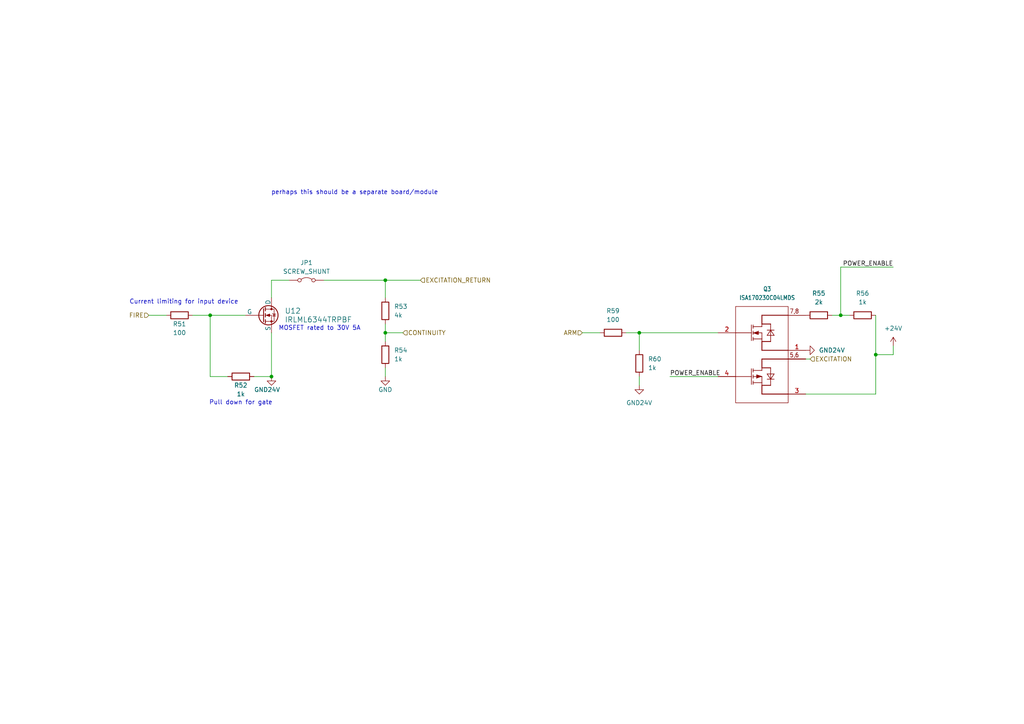
<source format=kicad_sch>
(kicad_sch (version 20250114) (generator "eeschema") (generator_version "9.0")
  (paper "A4")
  (lib_symbols
    (symbol "Device:R" (pin_numbers (hide yes)) (pin_names (offset 0))
      (property "Reference" "R" (at 2.032 0 90))
      (property "Value" "R" (at 0 0 90))
      (symbol "R_0_1"
        (rectangle (start -1.016 -2.54) (end 1.016 2.54) (stroke (width 0.254)))
      )
      (symbol "R_1_1"
        (pin passive line (at 0 3.81 270) (length 1.27) (name "~") (number "1"))
        (pin passive line (at 0 -3.81 90) (length 1.27) (name "~") (number "2"))
      )
    )
    (symbol "Jumper:Jumper_2_Bridged" (pin_numbers (hide yes)) (pin_names (offset 0) (hide yes))
      (property "Reference" "JP" (at 0 1.905 0))
      (property "Value" "Jumper_2_Bridged" (at 0 -2.54 0))
      (symbol "Jumper_2_Bridged_0_0"
        (circle (center -2.032 0) (radius 0.508))
        (circle (center 2.032 0) (radius 0.508))
      )
      (symbol "Jumper_2_Bridged_0_1"
        (arc (start -1.524 0.254) (mid 0 0.762) (end 1.524 0.254))
      )
      (symbol "Jumper_2_Bridged_1_1"
        (pin passive line (at -5.08 0 0) (length 2.54) (name "A") (number "1"))
        (pin passive line (at 5.08 0 180) (length 2.54) (name "B") (number "2"))
      )
    )
    (symbol "Simulation_SPICE:NMOS" (pin_numbers (hide yes)) (pin_names (offset 0))
      (property "Reference" "Q" (at 5.08 1.27 0))
      (property "Value" "NMOS" (at 5.08 -1.27 0))
      (symbol "NMOS_0_1"
        (polyline (pts (xy 0.254 1.905) (xy 0.254 -1.905)) (stroke (width 0.254)))
        (polyline (pts (xy 0.254 0) (xy -2.54 0)))
        (polyline (pts (xy 0.762 2.286) (xy 0.762 1.27)) (stroke (width 0.254)))
        (polyline (pts (xy 0.762 0.508) (xy 0.762 -0.508)) (stroke (width 0.254)))
        (polyline (pts (xy 0.762 -1.27) (xy 0.762 -2.286)) (stroke (width 0.254)))
        (polyline (pts (xy 0.762 -1.778) (xy 3.302 -1.778) (xy 3.302 1.778) (xy 0.762 1.778)))
        (polyline (pts (xy 1.016 0) (xy 2.032 0.381) (xy 2.032 -0.381) (xy 1.016 0)) (fill (type outline)))
        (circle (center 1.651 0) (radius 2.794) (stroke (width 0.254)))
        (polyline (pts (xy 2.54 2.54) (xy 2.54 1.778)))
        (circle (center 2.54 1.778) (radius 0.254) (fill (type outline)))
        (circle (center 2.54 -1.778) (radius 0.254) (fill (type outline)))
        (polyline (pts (xy 2.54 -2.54) (xy 2.54 0) (xy 0.762 0)))
        (polyline (pts (xy 2.794 0.508) (xy 2.921 0.381) (xy 3.683 0.381) (xy 3.81 0.254)))
        (polyline (pts (xy 3.302 0.381) (xy 2.921 -0.254) (xy 3.683 -0.254) (xy 3.302 0.381)))
      )
      (symbol "NMOS_1_1"
        (pin input line (at -5.08 0 0) (length 2.54) (name "G") (number "2"))
        (pin passive line (at 2.54 5.08 270) (length 2.54) (name "D") (number "1"))
        (pin passive line (at 2.54 -5.08 90) (length 2.54) (name "S") (number "3"))
      )
    )
    (symbol "avi_lib:ISA170230C04LMDS"
      (property "Reference" "Q?" (at 0 0.635 0))
      (property "Value" "ISA170230C04LMDS" (at 0 -29.845 0))
      (symbol "ISA170230C04LMDS_0_1"
        (rectangle (start 0 0) (end 15.24 -27.94))
      )
      (symbol "ISA170230C04LMDS_1_0"
        (polyline (pts (xy 4.572 -5.334) (xy 4.572 -7.62)) (stroke (width 0.1778)))
        (polyline (pts (xy 4.572 -7.62) (xy 0 -7.62)) (stroke (width 0.1778)))
        (polyline (pts (xy 4.572 -7.62) (xy 4.572 -9.906)) (stroke (width 0.1778)))
        (polyline (pts (xy 4.572 -18.034) (xy 4.572 -20.32)) (stroke (width 0.1778)))
        (polyline (pts (xy 4.572 -20.32) (xy 0 -20.32)) (stroke (width 0.1778)))
        (polyline (pts (xy 4.572 -20.32) (xy 4.572 -22.606)) (stroke (width 0.1778)))
        (polyline (pts (xy 5.08 -5.334) (xy 5.08 -5.842)) (stroke (width 0.1778)))
        (polyline (pts (xy 5.08 -5.842) (xy 5.08 -6.35)) (stroke (width 0.1778)))
        (polyline (pts (xy 5.08 -5.842) (xy 7.62 -5.842)) (stroke (width 0.1778)))
        (polyline (pts (xy 5.08 -7.112) (xy 5.08 -7.62)) (stroke (width 0.1778)))
        (polyline (pts (xy 5.08 -7.62) (xy 5.08 -8.128)) (stroke (width 0.1778)))
        (polyline (pts (xy 5.08 -7.62) (xy 7.62 -7.62)) (stroke (width 0.1778)))
        (polyline (pts (xy 5.08 -7.62) (xy 6.604 -8.128) (xy 6.604 -7.112)) (stroke (width 0.1778)) (fill (type outline)))
        (polyline (pts (xy 5.08 -8.89) (xy 5.08 -9.398)) (stroke (width 0.1778)))
        (polyline (pts (xy 5.08 -9.398) (xy 5.08 -9.906)) (stroke (width 0.1778)))
        (polyline (pts (xy 5.08 -9.398) (xy 7.62 -9.398)) (stroke (width 0.1778)))
        (polyline (pts (xy 5.08 -18.034) (xy 5.08 -18.542)) (stroke (width 0.1778)))
        (polyline (pts (xy 5.08 -18.542) (xy 5.08 -19.05)) (stroke (width 0.1778)))
        (polyline (pts (xy 5.08 -18.542) (xy 7.62 -18.542)) (stroke (width 0.1778)))
        (polyline (pts (xy 5.08 -19.812) (xy 5.08 -20.32)) (stroke (width 0.1778)))
        (polyline (pts (xy 5.08 -20.32) (xy 5.08 -20.828)) (stroke (width 0.1778)))
        (polyline (pts (xy 5.08 -20.32) (xy 7.62 -20.32)) (stroke (width 0.1778)))
        (polyline (pts (xy 5.08 -21.59) (xy 5.08 -22.098)) (stroke (width 0.1778)))
        (polyline (pts (xy 5.08 -22.098) (xy 5.08 -22.606)) (stroke (width 0.1778)))
        (polyline (pts (xy 5.08 -22.098) (xy 7.62 -22.098)) (stroke (width 0.1778)))
        (polyline (pts (xy 7.62 -2.54) (xy 15.24 -2.54)) (stroke (width 0.254)))
        (polyline (pts (xy 7.62 -5.08) (xy 7.62 -2.54)) (stroke (width 0.254)))
        (polyline (pts (xy 7.62 -5.08) (xy 10.16 -5.08)) (stroke (width 0.254)))
        (polyline (pts (xy 7.62 -5.842) (xy 7.62 -5.08)) (stroke (width 0.1778)))
        (polyline (pts (xy 7.62 -7.62) (xy 7.62 -9.398)) (stroke (width 0.1778)))
        (polyline (pts (xy 7.62 -9.398) (xy 7.62 -10.16)) (stroke (width 0.1778)))
        (polyline (pts (xy 7.62 -10.16) (xy 7.62 -12.7)) (stroke (width 0.254)))
        (polyline (pts (xy 7.62 -10.16) (xy 10.16 -10.16)) (stroke (width 0.254)))
        (polyline (pts (xy 7.62 -12.7) (xy 15.24 -12.7)) (stroke (width 0.254)))
        (polyline (pts (xy 7.62 -15.24) (xy 15.24 -15.24)) (stroke (width 0.254)))
        (polyline (pts (xy 7.62 -17.78) (xy 7.62 -15.24)) (stroke (width 0.254)))
        (polyline (pts (xy 7.62 -17.78) (xy 10.16 -17.78)) (stroke (width 0.254)))
        (polyline (pts (xy 7.62 -18.542) (xy 7.62 -17.78)) (stroke (width 0.1778)))
        (polyline (pts (xy 7.62 -20.32) (xy 7.62 -22.098)) (stroke (width 0.1778)))
        (polyline (pts (xy 7.62 -20.32) (xy 6.096 -19.812) (xy 6.096 -20.828)) (stroke (width 0.1778)) (fill (type outline)))
        (polyline (pts (xy 7.62 -22.098) (xy 7.62 -22.86)) (stroke (width 0.1778)))
        (polyline (pts (xy 7.62 -22.86) (xy 7.62 -25.4)) (stroke (width 0.254)))
        (polyline (pts (xy 7.62 -22.86) (xy 10.16 -22.86)) (stroke (width 0.254)))
        (polyline (pts (xy 7.62 -25.4) (xy 15.24 -25.4)) (stroke (width 0.254)))
        (polyline (pts (xy 9.144 -6.858) (xy 10.16 -6.858)) (stroke (width 0.1778)))
        (polyline (pts (xy 9.144 -8.382) (xy 11.176 -8.382)) (stroke (width 0.1778)))
        (polyline (pts (xy 9.144 -19.558) (xy 10.16 -21.082)) (stroke (width 0.1778)))
        (polyline (pts (xy 10.16 -5.08) (xy 10.16 -6.858)) (stroke (width 0.1778)))
        (polyline (pts (xy 10.16 -6.858) (xy 9.144 -8.382)) (stroke (width 0.1778)))
        (polyline (pts (xy 10.16 -6.858) (xy 10.16 -10.16)) (stroke (width 0.1778)))
        (polyline (pts (xy 10.16 -6.858) (xy 11.176 -6.858)) (stroke (width 0.1778)))
        (polyline (pts (xy 10.16 -21.082) (xy 9.144 -21.082)) (stroke (width 0.1778)))
        (polyline (pts (xy 10.16 -21.082) (xy 10.16 -17.78)) (stroke (width 0.1778)))
        (polyline (pts (xy 10.16 -21.082) (xy 11.176 -19.558)) (stroke (width 0.1778)))
        (polyline (pts (xy 10.16 -22.86) (xy 10.16 -21.082)) (stroke (width 0.1778)))
        (polyline (pts (xy 11.176 -8.382) (xy 10.16 -6.858)) (stroke (width 0.1778)))
        (polyline (pts (xy 11.176 -19.558) (xy 9.144 -19.558)) (stroke (width 0.1778)))
        (polyline (pts (xy 11.176 -21.082) (xy 10.16 -21.082)) (stroke (width 0.1778)))
        (text "7,8" (at 18.415 -0.635 0) (effects (font (size 1.27 1.0795)) (justify right top)))
        (text "5,6" (at 18.415 -13.335 0) (effects (font (size 1.27 1.0795)) (justify right top)))
        (pin passive line (at -5.08 -7.62 0) (length 5.08) (name "2") (number "2"))
        (pin passive line (at -5.08 -20.32 0) (length 5.08) (name "4") (number "4"))
        (pin passive line (at 20.32 -2.54 180) (length 5.08) (name "7") (number "7"))
        (pin passive line (at 20.32 -2.54 180) (length 5.08) (name "8") (number "8"))
        (pin passive line (at 20.32 -12.7 180) (length 5.08) (name "1") (number "1"))
        (pin passive line (at 20.32 -15.24 180) (length 5.08) (name "5") (number "5"))
        (pin passive line (at 20.32 -15.24 180) (length 5.08) (name "6") (number "6"))
        (pin passive line (at 20.32 -25.4 180) (length 5.08) (name "3") (number "3"))
      )
    )
    (symbol "power:+24V" (power) (pin_numbers (hide yes)) (pin_names (offset 0) (hide yes))
      (property "Value" "+24V" (at 0 3.556 0))
      (symbol "+24V_0_1"
        (polyline (pts (xy -0.762 1.27) (xy 0 2.54)))
        (polyline (pts (xy 0 2.54) (xy 0.762 1.27)))
        (polyline (pts (xy 0 0) (xy 0 2.54)))
      )
      (symbol "+24V_1_1"
        (pin power_in line (at 0 0 90) (length 0) (name "~") (number "1"))
      )
    )
    (symbol "power:GND" (power) (pin_numbers (hide yes)) (pin_names (offset 0) (hide yes))
      (property "Value" "GND" (at 0 -3.81 0))
      (symbol "GND_0_1"
        (polyline (pts (xy 0 0) (xy 0 -1.27) (xy 1.27 -1.27) (xy 0 -2.54) (xy -1.27 -1.27) (xy 0 -1.27)))
      )
      (symbol "GND_1_1"
        (pin power_in line (at 0 0 270) (length 0) (name "~") (number "1"))
      )
    )
  )
  (text "Current limiting for input device" (at 53.34 87.63 0) (effects (font (size 1.27 1.27))))
  (text "perhaps this should be a separate board/module" (at 102.87 55.88 0) (effects (font (size 1.27 1.27))))
  (text "Pull down for gate" (at 69.85 116.84 0) (effects (font (size 1.27 1.27))))
  (text "MOSFET rated to 30V 5A" (at 92.71 95.25 0) (effects (font (size 1.27 1.27))))
  (junction (at 185.42 96.52))
  (junction (at 254 102.87))
  (junction (at 60.96 91.44))
  (junction (at 111.76 96.52))
  (junction (at 243.84 91.44))
  (junction (at 111.76 81.28))
  (junction (at 78.74 109.22))
  (wire (pts (xy 243.84 77.47) (xy 259.08 77.47)))
  (wire (pts (xy 185.42 111.76) (xy 185.42 109.22)))
  (wire (pts (xy 66.04 109.22) (xy 60.96 109.22)))
  (wire (pts (xy 111.76 86.36) (xy 111.76 81.28)))
  (wire (pts (xy 243.84 77.47) (xy 243.84 91.44)))
  (wire (pts (xy 60.96 109.22) (xy 60.96 91.44)))
  (wire (pts (xy 116.84 96.52) (xy 111.76 96.52)))
  (wire (pts (xy 259.08 102.87) (xy 254 102.87)))
  (wire (pts (xy 241.3 91.44) (xy 243.84 91.44)))
  (wire (pts (xy 78.74 96.52) (xy 78.74 109.22)))
  (wire (pts (xy 111.76 81.28) (xy 93.98 81.28)))
  (wire (pts (xy 254 91.44) (xy 254 102.87)))
  (wire (pts (xy 254 114.3) (xy 233.68 114.3)))
  (wire (pts (xy 73.66 109.22) (xy 78.74 109.22)))
  (wire (pts (xy 60.96 91.44) (xy 71.12 91.44)))
  (wire (pts (xy 111.76 96.52) (xy 111.76 99.06)))
  (wire (pts (xy 43.18 91.44) (xy 48.26 91.44)))
  (wire (pts (xy 78.74 81.28) (xy 78.74 86.36)))
  (wire (pts (xy 254 102.87) (xy 254 114.3)))
  (wire (pts (xy 181.61 96.52) (xy 185.42 96.52)))
  (wire (pts (xy 111.76 109.22) (xy 111.76 106.68)))
  (wire (pts (xy 168.91 96.52) (xy 173.99 96.52)))
  (wire (pts (xy 55.88 91.44) (xy 60.96 91.44)))
  (wire (pts (xy 194.31 109.22) (xy 208.28 109.22)))
  (wire (pts (xy 234.95 104.14) (xy 233.68 104.14)))
  (wire (pts (xy 121.92 81.28) (xy 111.76 81.28)))
  (wire (pts (xy 185.42 101.6) (xy 185.42 96.52)))
  (wire (pts (xy 259.08 100.33) (xy 259.08 102.87)))
  (wire (pts (xy 243.84 91.44) (xy 246.38 91.44)))
  (wire (pts (xy 185.42 96.52) (xy 208.28 96.52)))
  (wire (pts (xy 83.82 81.28) (xy 78.74 81.28)))
  (wire (pts (xy 111.76 93.98) (xy 111.76 96.52)))
  (label "POWER_ENABLE" (at 259.08 77.47 180))
  (label "POWER_ENABLE" (at 194.31 109.22 0))
  (hierarchical_label "CONTINUITY" (shape input) (at 116.84 96.52 0))
  (hierarchical_label "FIRE" (shape input) (at 43.18 91.44 180))
  (hierarchical_label "ARM" (shape input) (at 168.91 96.52 180))
  (hierarchical_label "EXCITATION" (shape input) (at 234.95 104.14 0))
  (hierarchical_label "EXCITATION_RETURN" (shape input) (at 121.92 81.28 0))
  (symbol (lib_id "Device:R") (at 111.76 90.17 0) (unit 1)
    (property "Reference" "R53" (at 114.3 88.8999 0) (effects (justify left)))
    (property "Value" "4k" (at 114.3 91.4399 0) (effects (justify left)))
    (property "Footprint" "Resistor_SMD:R_0603_1608Metric" (effects (hide yes)))
    (property "Description" "Resistor" (effects (hide yes)))
  )
  (symbol (lib_id "Device:R") (at 52.07 91.44 90) (unit 1)
    (property "Reference" "R51" (at 52.07 93.98 90))
    (property "Value" "100" (at 52.07 96.52 90))
    (property "Footprint" "Resistor_SMD:R_0603_1608Metric" (effects (hide yes)))
    (property "Description" "Resistor" (effects (hide yes)))
    (property "DIGIKEY PART N" "541-100HCT-ND" (effects (hide yes)))
  )
  (symbol (lib_id "Device:R") (at 185.42 105.41 0) (unit 1)
    (property "Reference" "R60" (at 187.96 104.1399 0) (effects (justify left)))
    (property "Value" "1k" (at 187.96 106.6799 0) (effects (justify left)))
    (property "Footprint" "Resistor_SMD:R_0603_1608Metric" (effects (hide yes)))
    (property "Description" "Resistor" (effects (hide yes)))
  )
  (symbol (lib_id "Simulation_SPICE:NMOS") (at 76.2 91.44 0) (unit 1)
    (property "Reference" "U12" (at 82.55 90.1699 0) (effects (font (size 1.524 1.524)) (justify left)))
    (property "Value" "IRLML6344TRPBF" (at 82.55 92.7099 0) (effects (font (size 1.524 1.524)) (justify left)))
    (property "Footprint" "Package_TO_SOT_SMD:SOT-23" (effects (hide yes)))
    (property "Datasheet" "https://ngspice.sourceforge.io/docs/ngspice-html-manual/manual.xhtml#cha_MOSFETs" (effects (hide yes)))
    (property "Description" "N-MOSFET transistor, drain/source/gate" (effects (hide yes)))
    (property "Sim.Device" "NMOS" (effects (hide yes)))
    (property "Sim.Type" "VDMOS" (effects (hide yes)))
    (property "Sim.Pins" "1=D 2=G 3=S" (effects (hide yes)))
    (property "DIGIKEY PART N" "IRLML6344TRPBFCT-ND" (effects (hide yes)))
  )
  (symbol (lib_id "Device:R") (at 250.19 91.44 90) (unit 1)
    (property "Reference" "R56" (at 250.19 85.09 90))
    (property "Value" "1k" (at 250.19 87.63 90))
    (property "Footprint" "Resistor_SMD:R_0603_1608Metric" (effects (hide yes)))
    (property "Description" "Resistor" (effects (hide yes)))
  )
  (symbol (lib_id "Device:R") (at 111.76 102.87 0) (unit 1)
    (property "Reference" "R54" (at 114.3 101.5999 0) (effects (justify left)))
    (property "Value" "1k" (at 114.3 104.1399 0) (effects (justify left)))
    (property "Footprint" "Resistor_SMD:R_0603_1608Metric" (effects (hide yes)))
    (property "Description" "Resistor" (effects (hide yes)))
    (property "DIGIKEY PART N" "YAG1237CT-ND" (effects (hide yes)))
  )
  (symbol (lib_id "Device:R") (at 177.8 96.52 90) (unit 1)
    (property "Reference" "R59" (at 177.8 90.17 90))
    (property "Value" "100" (at 177.8 92.71 90))
    (property "Footprint" "Resistor_SMD:R_0603_1608Metric" (effects (hide yes)))
    (property "Description" "Resistor" (effects (hide yes)))
  )
  (symbol (lib_id "power:GND") (at 78.74 109.22 0) (unit 1)
    (property "Reference" "#PWR068" (effects (hide yes)))
    (property "Value" "GND24V" (at 81.28 113.03 0) (effects (justify right)))
    (property "Description" "Power symbol creates a global label with name \"GND\" , ground" (effects (hide yes)))
  )
  (symbol (lib_id "Device:R") (at 237.49 91.44 90) (unit 1)
    (property "Reference" "R55" (at 237.49 85.09 90))
    (property "Value" "2k" (at 237.49 87.63 90))
    (property "Footprint" "Resistor_SMD:R_0603_1608Metric" (effects (hide yes)))
    (property "Description" "Resistor" (effects (hide yes)))
  )
  (symbol (lib_id "Device:R") (at 69.85 109.22 90) (unit 1)
    (property "Reference" "R52" (at 69.85 111.76 90))
    (property "Value" "1k" (at 69.85 114.3 90))
    (property "Footprint" "Resistor_SMD:R_0603_1608Metric" (effects (hide yes)))
    (property "Description" "Resistor" (effects (hide yes)))
  )
  (symbol (lib_id "power:GND") (at 111.76 109.22 0) (unit 1)
    (property "Reference" "#PWR069" (effects (hide yes)))
    (property "Value" "GND" (at 111.76 113.03 0))
    (property "Description" "Power symbol creates a global label with name \"GND\" , ground" (effects (hide yes)))
  )
  (symbol (lib_id "power:+24V") (at 259.08 100.33 0) (unit 1)
    (property "Reference" "#PWR074" (effects (hide yes)))
    (property "Value" "+24V" (at 259.08 95.25 0))
    (property "Description" "Power symbol creates a global label with name \"+24V\"" (effects (hide yes)))
  )
  (symbol (lib_id "power:GND") (at 233.68 101.6 90) (unit 1)
    (property "Reference" "#PWR073" (effects (hide yes)))
    (property "Value" "GND24V" (at 237.49 101.5999 90) (effects (justify right)))
    (property "Description" "Power symbol creates a global label with name \"GND\" , ground" (effects (hide yes)))
  )
  (symbol (lib_id "avi_lib:ISA170230C04LMDS") (at 213.36 88.9 0) (unit 1)
    (property "Reference" "Q3" (at 222.523 83.82 0) (effects (font (size 1.27 1.0795))))
    (property "Value" "ISA170230C04LMDS" (at 222.523 86.36 0) (effects (font (size 1.27 1.0795))))
    (property "Footprint" "avi_lib:PG-DSO-8-920-V" (effects (hide yes)))
    (property "Datasheet" "https://www.infineon.com/assets/row/public/documents/24/49/infineon-isa170230c04lmds-datasheet-en.pdf" (effects (hide yes)))
    (property "Description" "SIPMOS Small-Signal Dual N and P Channel Enhancement Transistor" (effects (hide yes)))
    (property "DIGIKEY PART N" "448-ISA170230C04LMDSXTMA1CT-ND" (effects (hide yes)))
  )
  (symbol (lib_id "power:GND") (at 185.42 111.76 0) (unit 1)
    (property "Reference" "#PWR072" (effects (hide yes)))
    (property "Value" "GND24V" (at 185.42 116.84 0))
    (property "Description" "Power symbol creates a global label with name \"GND\" , ground" (effects (hide yes)))
  )
  (symbol (lib_id "Jumper:Jumper_2_Bridged") (at 88.9 81.28 0) (unit 1)
    (property "Reference" "JP1" (at 88.9 76.2 0))
    (property "Value" "SCREW_SHUNT" (at 88.9 78.74 0))
    (property "Footprint" "avi_lib:Screw_Shunt" (effects (hide yes)))
    (property "Description" "Jumper, 2-pole, closed/bridged" (effects (hide yes)))
  )
)
</source>
